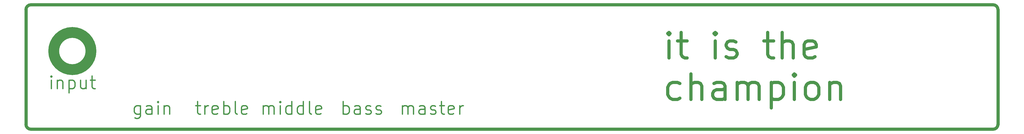
<source format=gto>
G04 #@! TF.GenerationSoftware,KiCad,Pcbnew,5.1.10-88a1d61d58~90~ubuntu20.04.1*
G04 #@! TF.CreationDate,2021-08-11T09:12:16-04:00*
G04 #@! TF.ProjectId,single_ended_tube_amp_faceplate,73696e67-6c65-45f6-956e-6465645f7475,rev?*
G04 #@! TF.SameCoordinates,Original*
G04 #@! TF.FileFunction,Legend,Top*
G04 #@! TF.FilePolarity,Positive*
%FSLAX46Y46*%
G04 Gerber Fmt 4.6, Leading zero omitted, Abs format (unit mm)*
G04 Created by KiCad (PCBNEW 5.1.10-88a1d61d58~90~ubuntu20.04.1) date 2021-08-11 09:12:16*
%MOMM*%
%LPD*%
G01*
G04 APERTURE LIST*
%ADD10C,4.318000*%
%ADD11C,1.270000*%
%ADD12C,0.508000*%
G04 APERTURE END LIST*
D10*
X26455309Y-19050000D02*
G75*
G03*
X26455309Y-19050000I-7405309J0D01*
G01*
D11*
X255974547Y-21741190D02*
X255974547Y-14967857D01*
X255974547Y-11581190D02*
X255490738Y-12065000D01*
X255974547Y-12548809D01*
X256458357Y-12065000D01*
X255974547Y-11581190D01*
X255974547Y-12548809D01*
X259361214Y-14967857D02*
X263231690Y-14967857D01*
X260812642Y-11581190D02*
X260812642Y-20289761D01*
X261296452Y-21257380D01*
X262264071Y-21741190D01*
X263231690Y-21741190D01*
X274359309Y-21741190D02*
X274359309Y-14967857D01*
X274359309Y-11581190D02*
X273875500Y-12065000D01*
X274359309Y-12548809D01*
X274843119Y-12065000D01*
X274359309Y-11581190D01*
X274359309Y-12548809D01*
X278713595Y-21257380D02*
X279681214Y-21741190D01*
X281616452Y-21741190D01*
X282584071Y-21257380D01*
X283067880Y-20289761D01*
X283067880Y-19805952D01*
X282584071Y-18838333D01*
X281616452Y-18354523D01*
X280165023Y-18354523D01*
X279197404Y-17870714D01*
X278713595Y-16903095D01*
X278713595Y-16419285D01*
X279197404Y-15451666D01*
X280165023Y-14967857D01*
X281616452Y-14967857D01*
X282584071Y-15451666D01*
X293711690Y-14967857D02*
X297582166Y-14967857D01*
X295163119Y-11581190D02*
X295163119Y-20289761D01*
X295646928Y-21257380D01*
X296614547Y-21741190D01*
X297582166Y-21741190D01*
X300968833Y-21741190D02*
X300968833Y-11581190D01*
X305323119Y-21741190D02*
X305323119Y-16419285D01*
X304839309Y-15451666D01*
X303871690Y-14967857D01*
X302420261Y-14967857D01*
X301452642Y-15451666D01*
X300968833Y-15935476D01*
X314031690Y-21257380D02*
X313064071Y-21741190D01*
X311128833Y-21741190D01*
X310161214Y-21257380D01*
X309677404Y-20289761D01*
X309677404Y-16419285D01*
X310161214Y-15451666D01*
X311128833Y-14967857D01*
X313064071Y-14967857D01*
X314031690Y-15451666D01*
X314515500Y-16419285D01*
X314515500Y-17386904D01*
X309677404Y-18354523D01*
X260328833Y-37767380D02*
X259361214Y-38251190D01*
X257425976Y-38251190D01*
X256458357Y-37767380D01*
X255974547Y-37283571D01*
X255490738Y-36315952D01*
X255490738Y-33413095D01*
X255974547Y-32445476D01*
X256458357Y-31961666D01*
X257425976Y-31477857D01*
X259361214Y-31477857D01*
X260328833Y-31961666D01*
X264683119Y-38251190D02*
X264683119Y-28091190D01*
X269037404Y-38251190D02*
X269037404Y-32929285D01*
X268553595Y-31961666D01*
X267585976Y-31477857D01*
X266134547Y-31477857D01*
X265166928Y-31961666D01*
X264683119Y-32445476D01*
X278229785Y-38251190D02*
X278229785Y-32929285D01*
X277745976Y-31961666D01*
X276778357Y-31477857D01*
X274843119Y-31477857D01*
X273875500Y-31961666D01*
X278229785Y-37767380D02*
X277262166Y-38251190D01*
X274843119Y-38251190D01*
X273875500Y-37767380D01*
X273391690Y-36799761D01*
X273391690Y-35832142D01*
X273875500Y-34864523D01*
X274843119Y-34380714D01*
X277262166Y-34380714D01*
X278229785Y-33896904D01*
X283067880Y-38251190D02*
X283067880Y-31477857D01*
X283067880Y-32445476D02*
X283551690Y-31961666D01*
X284519309Y-31477857D01*
X285970738Y-31477857D01*
X286938357Y-31961666D01*
X287422166Y-32929285D01*
X287422166Y-38251190D01*
X287422166Y-32929285D02*
X287905976Y-31961666D01*
X288873595Y-31477857D01*
X290325023Y-31477857D01*
X291292642Y-31961666D01*
X291776452Y-32929285D01*
X291776452Y-38251190D01*
X296614547Y-31477857D02*
X296614547Y-41637857D01*
X296614547Y-31961666D02*
X297582166Y-31477857D01*
X299517404Y-31477857D01*
X300485023Y-31961666D01*
X300968833Y-32445476D01*
X301452642Y-33413095D01*
X301452642Y-36315952D01*
X300968833Y-37283571D01*
X300485023Y-37767380D01*
X299517404Y-38251190D01*
X297582166Y-38251190D01*
X296614547Y-37767380D01*
X305806928Y-38251190D02*
X305806928Y-31477857D01*
X305806928Y-28091190D02*
X305323119Y-28575000D01*
X305806928Y-29058809D01*
X306290738Y-28575000D01*
X305806928Y-28091190D01*
X305806928Y-29058809D01*
X312096452Y-38251190D02*
X311128833Y-37767380D01*
X310645023Y-37283571D01*
X310161214Y-36315952D01*
X310161214Y-33413095D01*
X310645023Y-32445476D01*
X311128833Y-31961666D01*
X312096452Y-31477857D01*
X313547880Y-31477857D01*
X314515500Y-31961666D01*
X314999309Y-32445476D01*
X315483119Y-33413095D01*
X315483119Y-36315952D01*
X314999309Y-37283571D01*
X314515500Y-37767380D01*
X313547880Y-38251190D01*
X312096452Y-38251190D01*
X319837404Y-31477857D02*
X319837404Y-38251190D01*
X319837404Y-32445476D02*
X320321214Y-31961666D01*
X321288833Y-31477857D01*
X322740261Y-31477857D01*
X323707880Y-31961666D01*
X324191690Y-32929285D01*
X324191690Y-38251190D01*
X384810000Y-50165000D02*
X2540000Y-50165000D01*
X384810000Y-635000D02*
X2540000Y-635000D01*
X386715000Y-48260000D02*
X386715000Y-2540000D01*
X386715000Y-48260000D02*
G75*
G02*
X384810000Y-50165000I-1905000J0D01*
G01*
X384810000Y-635000D02*
G75*
G02*
X386715000Y-2540000I0J-1905000D01*
G01*
X2540000Y-50165000D02*
G75*
G02*
X635000Y-48260000I0J1905000D01*
G01*
X635000Y-2540000D02*
G75*
G02*
X2540000Y-635000I1905000J0D01*
G01*
X635000Y-2540000D02*
X635000Y-48260000D01*
D12*
X150192619Y-44208095D02*
X150192619Y-40821428D01*
X150192619Y-41305238D02*
X150434523Y-41063333D01*
X150918333Y-40821428D01*
X151644047Y-40821428D01*
X152127857Y-41063333D01*
X152369761Y-41547142D01*
X152369761Y-44208095D01*
X152369761Y-41547142D02*
X152611666Y-41063333D01*
X153095476Y-40821428D01*
X153821190Y-40821428D01*
X154305000Y-41063333D01*
X154546904Y-41547142D01*
X154546904Y-44208095D01*
X159143095Y-44208095D02*
X159143095Y-41547142D01*
X158901190Y-41063333D01*
X158417380Y-40821428D01*
X157449761Y-40821428D01*
X156965952Y-41063333D01*
X159143095Y-43966190D02*
X158659285Y-44208095D01*
X157449761Y-44208095D01*
X156965952Y-43966190D01*
X156724047Y-43482380D01*
X156724047Y-42998571D01*
X156965952Y-42514761D01*
X157449761Y-42272857D01*
X158659285Y-42272857D01*
X159143095Y-42030952D01*
X161320238Y-43966190D02*
X161804047Y-44208095D01*
X162771666Y-44208095D01*
X163255476Y-43966190D01*
X163497380Y-43482380D01*
X163497380Y-43240476D01*
X163255476Y-42756666D01*
X162771666Y-42514761D01*
X162045952Y-42514761D01*
X161562142Y-42272857D01*
X161320238Y-41789047D01*
X161320238Y-41547142D01*
X161562142Y-41063333D01*
X162045952Y-40821428D01*
X162771666Y-40821428D01*
X163255476Y-41063333D01*
X164948809Y-40821428D02*
X166884047Y-40821428D01*
X165674523Y-39128095D02*
X165674523Y-43482380D01*
X165916428Y-43966190D01*
X166400238Y-44208095D01*
X166884047Y-44208095D01*
X170512619Y-43966190D02*
X170028809Y-44208095D01*
X169061190Y-44208095D01*
X168577380Y-43966190D01*
X168335476Y-43482380D01*
X168335476Y-41547142D01*
X168577380Y-41063333D01*
X169061190Y-40821428D01*
X170028809Y-40821428D01*
X170512619Y-41063333D01*
X170754523Y-41547142D01*
X170754523Y-42030952D01*
X168335476Y-42514761D01*
X172931666Y-44208095D02*
X172931666Y-40821428D01*
X172931666Y-41789047D02*
X173173571Y-41305238D01*
X173415476Y-41063333D01*
X173899285Y-40821428D01*
X174383095Y-40821428D01*
X126644702Y-44208095D02*
X126644702Y-39128095D01*
X126644702Y-41063333D02*
X127128511Y-40821428D01*
X128096130Y-40821428D01*
X128579940Y-41063333D01*
X128821845Y-41305238D01*
X129063750Y-41789047D01*
X129063750Y-43240476D01*
X128821845Y-43724285D01*
X128579940Y-43966190D01*
X128096130Y-44208095D01*
X127128511Y-44208095D01*
X126644702Y-43966190D01*
X133418035Y-44208095D02*
X133418035Y-41547142D01*
X133176130Y-41063333D01*
X132692321Y-40821428D01*
X131724702Y-40821428D01*
X131240892Y-41063333D01*
X133418035Y-43966190D02*
X132934226Y-44208095D01*
X131724702Y-44208095D01*
X131240892Y-43966190D01*
X130998988Y-43482380D01*
X130998988Y-42998571D01*
X131240892Y-42514761D01*
X131724702Y-42272857D01*
X132934226Y-42272857D01*
X133418035Y-42030952D01*
X135595178Y-43966190D02*
X136078988Y-44208095D01*
X137046607Y-44208095D01*
X137530416Y-43966190D01*
X137772321Y-43482380D01*
X137772321Y-43240476D01*
X137530416Y-42756666D01*
X137046607Y-42514761D01*
X136320892Y-42514761D01*
X135837083Y-42272857D01*
X135595178Y-41789047D01*
X135595178Y-41547142D01*
X135837083Y-41063333D01*
X136320892Y-40821428D01*
X137046607Y-40821428D01*
X137530416Y-41063333D01*
X139707559Y-43966190D02*
X140191369Y-44208095D01*
X141158988Y-44208095D01*
X141642797Y-43966190D01*
X141884702Y-43482380D01*
X141884702Y-43240476D01*
X141642797Y-42756666D01*
X141158988Y-42514761D01*
X140433273Y-42514761D01*
X139949464Y-42272857D01*
X139707559Y-41789047D01*
X139707559Y-41547142D01*
X139949464Y-41063333D01*
X140433273Y-40821428D01*
X141158988Y-40821428D01*
X141642797Y-41063333D01*
X94872023Y-44208095D02*
X94872023Y-40821428D01*
X94872023Y-41305238D02*
X95113928Y-41063333D01*
X95597738Y-40821428D01*
X96323452Y-40821428D01*
X96807261Y-41063333D01*
X97049166Y-41547142D01*
X97049166Y-44208095D01*
X97049166Y-41547142D02*
X97291071Y-41063333D01*
X97774880Y-40821428D01*
X98500595Y-40821428D01*
X98984404Y-41063333D01*
X99226309Y-41547142D01*
X99226309Y-44208095D01*
X101645357Y-44208095D02*
X101645357Y-40821428D01*
X101645357Y-39128095D02*
X101403452Y-39370000D01*
X101645357Y-39611904D01*
X101887261Y-39370000D01*
X101645357Y-39128095D01*
X101645357Y-39611904D01*
X106241547Y-44208095D02*
X106241547Y-39128095D01*
X106241547Y-43966190D02*
X105757738Y-44208095D01*
X104790119Y-44208095D01*
X104306309Y-43966190D01*
X104064404Y-43724285D01*
X103822500Y-43240476D01*
X103822500Y-41789047D01*
X104064404Y-41305238D01*
X104306309Y-41063333D01*
X104790119Y-40821428D01*
X105757738Y-40821428D01*
X106241547Y-41063333D01*
X110837738Y-44208095D02*
X110837738Y-39128095D01*
X110837738Y-43966190D02*
X110353928Y-44208095D01*
X109386309Y-44208095D01*
X108902500Y-43966190D01*
X108660595Y-43724285D01*
X108418690Y-43240476D01*
X108418690Y-41789047D01*
X108660595Y-41305238D01*
X108902500Y-41063333D01*
X109386309Y-40821428D01*
X110353928Y-40821428D01*
X110837738Y-41063333D01*
X113982500Y-44208095D02*
X113498690Y-43966190D01*
X113256785Y-43482380D01*
X113256785Y-39128095D01*
X117852976Y-43966190D02*
X117369166Y-44208095D01*
X116401547Y-44208095D01*
X115917738Y-43966190D01*
X115675833Y-43482380D01*
X115675833Y-41547142D01*
X115917738Y-41063333D01*
X116401547Y-40821428D01*
X117369166Y-40821428D01*
X117852976Y-41063333D01*
X118094880Y-41547142D01*
X118094880Y-42030952D01*
X115675833Y-42514761D01*
X68058392Y-40821428D02*
X69993630Y-40821428D01*
X68784107Y-39128095D02*
X68784107Y-43482380D01*
X69026011Y-43966190D01*
X69509821Y-44208095D01*
X69993630Y-44208095D01*
X71686964Y-44208095D02*
X71686964Y-40821428D01*
X71686964Y-41789047D02*
X71928869Y-41305238D01*
X72170773Y-41063333D01*
X72654583Y-40821428D01*
X73138392Y-40821428D01*
X76766964Y-43966190D02*
X76283154Y-44208095D01*
X75315535Y-44208095D01*
X74831726Y-43966190D01*
X74589821Y-43482380D01*
X74589821Y-41547142D01*
X74831726Y-41063333D01*
X75315535Y-40821428D01*
X76283154Y-40821428D01*
X76766964Y-41063333D01*
X77008869Y-41547142D01*
X77008869Y-42030952D01*
X74589821Y-42514761D01*
X79186011Y-44208095D02*
X79186011Y-39128095D01*
X79186011Y-41063333D02*
X79669821Y-40821428D01*
X80637440Y-40821428D01*
X81121250Y-41063333D01*
X81363154Y-41305238D01*
X81605059Y-41789047D01*
X81605059Y-43240476D01*
X81363154Y-43724285D01*
X81121250Y-43966190D01*
X80637440Y-44208095D01*
X79669821Y-44208095D01*
X79186011Y-43966190D01*
X84507916Y-44208095D02*
X84024107Y-43966190D01*
X83782202Y-43482380D01*
X83782202Y-39128095D01*
X88378392Y-43966190D02*
X87894583Y-44208095D01*
X86926964Y-44208095D01*
X86443154Y-43966190D01*
X86201250Y-43482380D01*
X86201250Y-41547142D01*
X86443154Y-41063333D01*
X86926964Y-40821428D01*
X87894583Y-40821428D01*
X88378392Y-41063333D01*
X88620297Y-41547142D01*
X88620297Y-42030952D01*
X86201250Y-42514761D01*
X46082857Y-40821428D02*
X46082857Y-44933809D01*
X45840952Y-45417619D01*
X45599047Y-45659523D01*
X45115238Y-45901428D01*
X44389523Y-45901428D01*
X43905714Y-45659523D01*
X46082857Y-43966190D02*
X45599047Y-44208095D01*
X44631428Y-44208095D01*
X44147619Y-43966190D01*
X43905714Y-43724285D01*
X43663809Y-43240476D01*
X43663809Y-41789047D01*
X43905714Y-41305238D01*
X44147619Y-41063333D01*
X44631428Y-40821428D01*
X45599047Y-40821428D01*
X46082857Y-41063333D01*
X50679047Y-44208095D02*
X50679047Y-41547142D01*
X50437142Y-41063333D01*
X49953333Y-40821428D01*
X48985714Y-40821428D01*
X48501904Y-41063333D01*
X50679047Y-43966190D02*
X50195238Y-44208095D01*
X48985714Y-44208095D01*
X48501904Y-43966190D01*
X48260000Y-43482380D01*
X48260000Y-42998571D01*
X48501904Y-42514761D01*
X48985714Y-42272857D01*
X50195238Y-42272857D01*
X50679047Y-42030952D01*
X53098095Y-44208095D02*
X53098095Y-40821428D01*
X53098095Y-39128095D02*
X52856190Y-39370000D01*
X53098095Y-39611904D01*
X53340000Y-39370000D01*
X53098095Y-39128095D01*
X53098095Y-39611904D01*
X55517142Y-40821428D02*
X55517142Y-44208095D01*
X55517142Y-41305238D02*
X55759047Y-41063333D01*
X56242857Y-40821428D01*
X56968571Y-40821428D01*
X57452380Y-41063333D01*
X57694285Y-41547142D01*
X57694285Y-44208095D01*
X10704285Y-34048095D02*
X10704285Y-30661428D01*
X10704285Y-28968095D02*
X10462380Y-29210000D01*
X10704285Y-29451904D01*
X10946190Y-29210000D01*
X10704285Y-28968095D01*
X10704285Y-29451904D01*
X13123333Y-30661428D02*
X13123333Y-34048095D01*
X13123333Y-31145238D02*
X13365238Y-30903333D01*
X13849047Y-30661428D01*
X14574761Y-30661428D01*
X15058571Y-30903333D01*
X15300476Y-31387142D01*
X15300476Y-34048095D01*
X17719523Y-30661428D02*
X17719523Y-35741428D01*
X17719523Y-30903333D02*
X18203333Y-30661428D01*
X19170952Y-30661428D01*
X19654761Y-30903333D01*
X19896666Y-31145238D01*
X20138571Y-31629047D01*
X20138571Y-33080476D01*
X19896666Y-33564285D01*
X19654761Y-33806190D01*
X19170952Y-34048095D01*
X18203333Y-34048095D01*
X17719523Y-33806190D01*
X24492857Y-30661428D02*
X24492857Y-34048095D01*
X22315714Y-30661428D02*
X22315714Y-33322380D01*
X22557619Y-33806190D01*
X23041428Y-34048095D01*
X23767142Y-34048095D01*
X24250952Y-33806190D01*
X24492857Y-33564285D01*
X26186190Y-30661428D02*
X28121428Y-30661428D01*
X26911904Y-28968095D02*
X26911904Y-33322380D01*
X27153809Y-33806190D01*
X27637619Y-34048095D01*
X28121428Y-34048095D01*
%LPC*%
M02*

</source>
